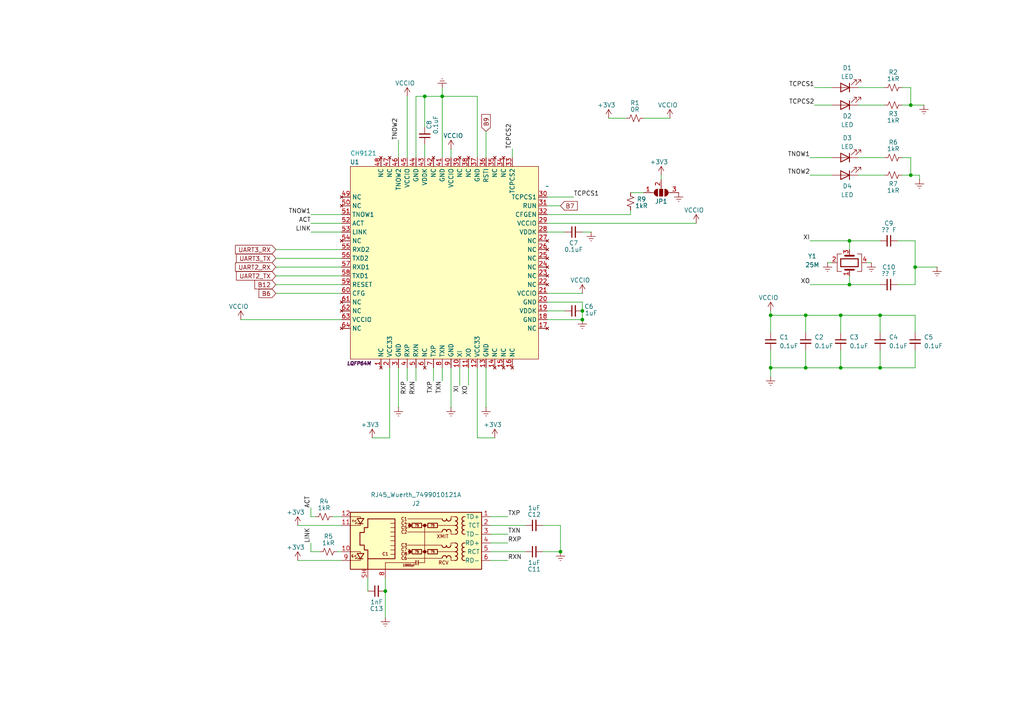
<source format=kicad_sch>
(kicad_sch (version 20250114) (generator "eeschema") (generator_version "9.0")
  (paper "A4")
  (title_block (title "Communication"))
  (lib_symbols
    (symbol "Connector:RJ45_Wuerth_7499010121A"
      (property "Reference" "J" (at 17.78 10.16 0))
      (property "Value" "RJ45_Wuerth_7499010121A" (at -6.35 10.16 0))
      (symbol "RJ45_Wuerth_7499010121A_0_0"
        (circle (center -1.27 5.08) (radius 0.0001) (stroke (width 0.508)))
        (polyline (pts (xy -1.27 5.08) (xy -1.27 -5.715)))
        (circle (center -1.27 -2.54) (radius 0.0001) (stroke (width 0.508)))
        (polyline (pts (xy 0.635 -5.08) (xy 0.635 -6.35)) (stroke (width 0.254)))
        (polyline (pts (xy 1.27 -5.08) (xy 1.27 -6.35)) (stroke (width 0.254)))
        (polyline (pts (xy 3.048 5.08) (xy 2.54 5.08)))
        (circle (center 3.048 5.08) (radius 0.0001) (stroke (width 0.508)))
        (polyline (pts (xy 3.048 -2.54) (xy 2.54 -2.54)))
        (circle (center 3.048 -2.54) (radius 0.0001) (stroke (width 0.508)))
        (polyline (pts (xy 3.683 5.715) (xy 3.048 5.715) (xy 3.048 4.445) (xy 3.683 4.445)))
        (polyline (pts (xy 3.683 -1.905) (xy 3.048 -1.905) (xy 3.048 -3.175) (xy 3.683 -3.175)))
        (polyline (pts (xy 17.399 7.112) (xy 17.399 7.62) (xy 20.32 7.62)))
        (polyline (pts (xy 17.399 -3.048) (xy 17.399 -2.54) (xy 20.32 -2.54)))
        (polyline (pts (xy 20.32 5.08) (xy 17.399 5.08) (xy 17.399 5.588)))
        (polyline (pts (xy 20.32 -5.08) (xy 17.399 -5.08) (xy 17.399 -4.572)))
        (text "XMIT" (at -8.255 1.905 0) (effects (font (size 1.016 1.016)) (justify left)))
        (text "RCV" (at -8.255 -5.715 0) (effects (font (size 1.016 1.016)) (justify left)))
        (text "C1" (at 4.699 6.985 0) (effects (font (size 0.889 0.889))))
        (text "C4" (at 4.699 5.715 0) (effects (font (size 0.889 0.889))))
        (text "C5" (at 4.699 4.445 0) (effects (font (size 0.889 0.889))))
        (text "C2" (at 4.699 3.175 0) (effects (font (size 0.889 0.889))))
        (text "C3" (at 4.699 -0.635 0) (effects (font (size 0.889 0.889))))
        (text "C7" (at 4.699 -1.905 0) (effects (font (size 0.889 0.889))))
        (text "C8" (at 4.699 -3.175 0) (effects (font (size 0.889 0.889))))
        (text "C6" (at 4.699 -4.445 0) (effects (font (size 0.889 0.889))))
        (text "C1" (at 10.16 -3.175 0) (effects (font (size 0.889 0.889))))
      )
      (symbol "RJ45_Wuerth_7499010121A_0_1"
        (rectangle (start -17.78 8.89) (end 20.32 -7.62) (stroke (width 0.254)) (fill (type background)))
        (polyline (pts (xy -12.7 7.62) (xy -13.081 7.62)))
        (polyline (pts (xy -12.7 5.08) (xy -13.081 5.08)))
        (polyline (pts (xy -12.7 2.54) (xy -13.081 2.54)))
        (polyline (pts (xy -12.7 0) (xy -13.081 0)))
        (polyline (pts (xy -12.7 -2.54) (xy -13.081 -2.54)))
        (polyline (pts (xy -12.7 -5.08) (xy -13.081 -5.08)))
        (polyline (pts (xy -10.16 7.62) (xy -8.89 7.62) (xy -8.89 6.985)))
        (polyline (pts (xy -10.16 0) (xy -8.89 0) (xy -8.89 -0.635)))
        (polyline (pts (xy -8.89 3.175) (xy -8.89 2.54) (xy -10.16 2.54)))
        (polyline (pts (xy -8.89 -4.445) (xy -8.89 -5.08) (xy -10.16 -5.08)))
        (polyline (pts (xy -6.35 6.985) (xy 3.683 6.985)))
        (polyline (pts (xy -6.35 3.175) (xy 3.683 3.175)))
        (polyline (pts (xy -6.35 -4.445) (xy 3.683 -4.445)))
        (polyline (pts (xy -6.223 -0.635) (xy 3.683 -0.635)))
        (polyline (pts (xy -5.08 -2.54) (xy -10.16 -2.54)))
        (polyline (pts (xy -4.953 5.08) (xy -10.16 5.08)))
        (polyline (pts (xy -2.159 5.08) (xy -0.381 5.08)))
        (polyline (pts (xy -2.159 -2.54) (xy -0.381 -2.54)))
        (polyline (pts (xy 0.635 -5.715) (xy -1.27 -5.715)))
        (polyline (pts (xy 7.366 3.175) (xy 8.636 3.175)))
        (polyline (pts (xy 7.366 1.905) (xy 8.636 1.905)))
        (polyline (pts (xy 7.366 0.635) (xy 8.636 0.635)))
        (polyline (pts (xy 7.366 -0.762) (xy 8.636 -0.762)))
        (polyline (pts (xy 7.366 -2.032) (xy 8.636 -2.032)))
        (polyline (pts (xy 8.636 5.715) (xy 7.366 5.715)))
        (polyline (pts (xy 8.636 4.445) (xy 7.366 4.445)))
        (polyline (pts (xy 8.636 -3.302) (xy 7.366 -3.302)))
        (polyline (pts (xy 10.16 -5.715) (xy 1.27 -5.715)))
        (polyline (pts (xy 10.16 -5.715) (xy 10.16 -7.62)))
      )
      (symbol "RJ45_Wuerth_7499010121A_1_0"
        (text "1000pF" (at 3.302 -6.477 0) (effects (font (size 0.635 0.635))))
      )
      (symbol "RJ45_Wuerth_7499010121A_1_1"
        (arc (start -12.7 0) (mid -12.0677 -0.635) (end -12.7 -1.27) (stroke (width 0.254)))
        (arc (start -12.6973 7.62) (mid -12.065 6.985) (end -12.6973 6.35) (stroke (width 0.254)))
        (arc (start -12.6973 -1.27) (mid -12.065 -1.905) (end -12.6973 -2.54) (stroke (width 0.254)))
        (arc (start -12.6973 -2.54) (mid -12.065 -3.175) (end -12.6973 -3.81) (stroke (width 0.254)))
        (arc (start -12.6973 -3.81) (mid -12.065 -4.445) (end -12.6973 -5.08) (stroke (width 0.254)))
        (arc (start -12.6946 6.35) (mid -12.0623 5.715) (end -12.6946 5.08) (stroke (width 0.254)))
        (arc (start -12.6946 5.08) (mid -12.0623 4.445) (end -12.6946 3.81) (stroke (width 0.254)))
        (arc (start -12.6946 3.81) (mid -12.0623 3.175) (end -12.6946 2.54) (stroke (width 0.254)))
        (arc (start -10.1654 6.35) (mid -10.7977 6.985) (end -10.1654 7.62) (stroke (width 0.254)))
        (arc (start -10.1654 5.08) (mid -10.7977 5.715) (end -10.1654 6.35) (stroke (width 0.254)))
        (arc (start -10.1654 3.81) (mid -10.7977 4.445) (end -10.1654 5.08) (stroke (width 0.254)))
        (arc (start -10.1654 -1.27) (mid -10.7977 -0.635) (end -10.1654 0) (stroke (width 0.254)))
        (arc (start -10.1654 -2.54) (mid -10.7977 -1.905) (end -10.1654 -1.27) (stroke (width 0.254)))
        (arc (start -10.1654 -3.81) (mid -10.7977 -3.175) (end -10.1654 -2.54) (stroke (width 0.254)))
        (arc (start -10.1627 2.54) (mid -10.795 3.175) (end -10.1627 3.81) (stroke (width 0.254)))
        (arc (start -10.1627 -5.08) (mid -10.795 -4.445) (end -10.1627 -3.81) (stroke (width 0.254)))
        (arc (start -7.62 6.9823) (mid -8.255 6.35) (end -8.89 6.9823) (stroke (width 0.254)))
        (arc (start -8.89 3.3047) (mid -8.255 3.937) (end -7.62 3.3047) (stroke (width 0.254)))
        (arc (start -8.89 -4.3153) (mid -8.255 -3.683) (end -7.62 -4.3153) (stroke (width 0.254)))
        (arc (start -7.5565 -0.7012) (mid -8.1915 -1.3335) (end -8.8265 -0.7012) (stroke (width 0.254)))
        (arc (start -6.35 6.985) (mid -6.985 6.3527) (end -7.62 6.985) (stroke (width 0.254)))
        (arc (start -7.62 3.3074) (mid -6.985 3.9397) (end -6.35 3.3074) (stroke (width 0.254)))
        (arc (start -7.62 -4.3126) (mid -6.985 -3.6803) (end -6.35 -4.3126) (stroke (width 0.254)))
        (arc (start -6.2865 -0.6985) (mid -6.9215 -1.3308) (end -7.5565 -0.6985) (stroke (width 0.254)))
        (rectangle (start -4.953 5.715) (end -2.159 4.445) (stroke (width 0.254)))
        (rectangle (start -4.953 -1.905) (end -2.159 -3.175) (stroke (width 0.254)))
        (rectangle (start -0.381 5.715) (end 2.413 4.445) (stroke (width 0.254)))
        (rectangle (start -0.381 -1.905) (end 2.413 -3.175) (stroke (width 0.254)))
        (polyline (pts (xy 7.366 -4.572) (xy 7.366 6.985) (xy 15.24 6.985) (xy 15.24 4.445) (xy 16.256 4.445) (xy 16.256 3.048) (xy 17.526 3.048) (xy 17.526 -0.635) (xy 16.256 -0.635) (xy 16.256 -2.032) (xy 15.24 -2.032) (xy 15.24 -4.572) (xy 7.366 -4.572)) (stroke (width 0.254)))
        (polyline (pts (xy 15.24 -7.62) (xy 15.24 -4.572)) (stroke (width 0.254)))
        (polyline (pts (xy 18.161 5.588) (xy 16.637 5.588)) (stroke (width 0.254)))
        (polyline (pts (xy 18.161 -4.572) (xy 16.637 -4.572)) (stroke (width 0.254)))
        (polyline (pts (xy 18.288 7.112) (xy 16.383 7.112) (xy 17.399 5.588) (xy 18.288 7.112)) (stroke (width 0.254)))
        (polyline (pts (xy 18.288 6.096) (xy 18.796 5.588) (xy 18.542 5.588)))
        (polyline (pts (xy 18.288 -3.048) (xy 16.383 -3.048) (xy 17.399 -4.572) (xy 18.288 -3.048)) (stroke (width 0.254)))
        (polyline (pts (xy 18.288 -4.064) (xy 18.796 -4.572) (xy 18.542 -4.572)))
        (polyline (pts (xy 18.542 6.731) (xy 19.05 6.223) (xy 18.796 6.223)))
        (polyline (pts (xy 18.542 -3.429) (xy 19.05 -3.937) (xy 18.796 -3.937)))
        (polyline (pts (xy 18.796 5.588) (xy 18.796 5.842)))
        (polyline (pts (xy 18.796 -4.572) (xy 18.796 -4.318)))
        (polyline (pts (xy 19.05 6.223) (xy 19.05 6.477)))
        (polyline (pts (xy 19.05 -3.937) (xy 19.05 -3.683)))
        (text "75" (at -3.556 5.08 0) (effects (font (size 0.635 0.635))))
        (text "75" (at -3.556 -2.54 0) (effects (font (size 0.635 0.635))))
        (text "75" (at 1.016 5.08 0) (effects (font (size 0.635 0.635))))
        (text "75" (at 1.016 -2.54 0) (effects (font (size 0.635 0.635))))
        (text "Y" (at 19.558 6.35 0) (effects (font (size 0.635 0.635))))
        (text "G" (at 19.685 -3.81 0) (effects (font (size 0.635 0.635))))
        (pin passive line (at -20.32 7.62 0) (length 2.54) (name "TD+") (number "1"))
        (pin passive line (at -20.32 5.08 0) (length 2.54) (name "TCT") (number "2"))
        (pin passive line (at -20.32 2.54 0) (length 2.54) (name "TD-") (number "3"))
        (pin passive line (at -20.32 0 0) (length 2.54) (name "RD+") (number "4"))
        (pin passive line (at -20.32 -2.54 0) (length 2.54) (name "RCT") (number "5"))
        (pin passive line (at -20.32 -5.08 0) (length 2.54) (name "RD-") (number "6"))
        (pin power_in line (at 10.16 -10.16 90) (length 2.54) (name "") (number "8"))
        (pin passive line (at 15.24 -10.16 90) (length 2.54) (name "") (number "SH"))
        (pin no_connect line (at 20.32 0 0) (length 0) (hide yes) (name "NC") (number "7"))
        (pin passive line (at 22.86 7.62 180) (length 2.54) (name "") (number "12"))
        (pin passive line (at 22.86 5.08 180) (length 2.54) (name "") (number "11"))
        (pin passive line (at 22.86 -2.54 180) (length 2.54) (name "") (number "10"))
        (pin passive line (at 22.86 -5.08 180) (length 2.54) (name "") (number "9"))
      )
    )
    (symbol "Device:C_Small" (pin_numbers (hide yes)) (pin_names (offset 0.254) (hide yes))
      (property "Reference" "C" (at 0.254 1.778 0))
      (property "Value" "C_Small" (at 0.254 -2.032 0))
      (symbol "C_Small_0_1"
        (polyline (pts (xy -1.524 0.508) (xy 1.524 0.508)) (stroke (width 0.3048)))
        (polyline (pts (xy -1.524 -0.508) (xy 1.524 -0.508)) (stroke (width 0.3302)))
      )
      (symbol "C_Small_1_1"
        (pin passive line (at 0 2.54 270) (length 2.032) (name "~") (number "1"))
        (pin passive line (at 0 -2.54 90) (length 2.032) (name "~") (number "2"))
      )
    )
    (symbol "Device:Crystal_GND24" (pin_names (offset 1.016) (hide yes))
      (property "Reference" "Y" (at 3.175 5.08 0))
      (property "Value" "Crystal_GND24" (at 3.175 3.175 0))
      (symbol "Crystal_GND24_0_1"
        (polyline (pts (xy -2.54 2.286) (xy -2.54 3.556) (xy 2.54 3.556) (xy 2.54 2.286)))
        (polyline (pts (xy -2.54 0) (xy -2.032 0)))
        (polyline (pts (xy -2.54 -2.286) (xy -2.54 -3.556) (xy 2.54 -3.556) (xy 2.54 -2.286)))
        (polyline (pts (xy -2.032 -1.27) (xy -2.032 1.27)) (stroke (width 0.508)))
        (rectangle (start -1.143 2.54) (end 1.143 -2.54) (stroke (width 0.3048)))
        (polyline (pts (xy 0 3.556) (xy 0 3.81)))
        (polyline (pts (xy 0 -3.81) (xy 0 -3.556)))
        (polyline (pts (xy 2.032 0) (xy 2.54 0)))
        (polyline (pts (xy 2.032 -1.27) (xy 2.032 1.27)) (stroke (width 0.508)))
      )
      (symbol "Crystal_GND24_1_1"
        (pin passive line (at -3.81 0 0) (length 1.27) (name "1") (number "1"))
        (pin passive line (at 0 5.08 270) (length 1.27) (name "2") (number "2"))
        (pin passive line (at 0 -5.08 90) (length 1.27) (name "4") (number "4"))
        (pin passive line (at 3.81 0 180) (length 1.27) (name "3") (number "3"))
      )
    )
    (symbol "Device:LED" (pin_numbers (hide yes)) (pin_names (offset 1.016) (hide yes))
      (property "Reference" "D" (at 0 2.54 0))
      (property "Value" "LED" (at 0 -2.54 0))
      (symbol "LED_0_1"
        (polyline (pts (xy -3.048 -0.762) (xy -4.572 -2.286) (xy -3.81 -2.286) (xy -4.572 -2.286) (xy -4.572 -1.524)))
        (polyline (pts (xy -1.778 -0.762) (xy -3.302 -2.286) (xy -2.54 -2.286) (xy -3.302 -2.286) (xy -3.302 -1.524)))
        (polyline (pts (xy -1.27 0) (xy 1.27 0)))
        (polyline (pts (xy -1.27 -1.27) (xy -1.27 1.27)) (stroke (width 0.254)))
        (polyline (pts (xy 1.27 -1.27) (xy 1.27 1.27) (xy -1.27 0) (xy 1.27 -1.27)) (stroke (width 0.254)))
      )
      (symbol "LED_1_1"
        (pin passive line (at -3.81 0 0) (length 2.54) (name "K") (number "1"))
        (pin passive line (at 3.81 0 180) (length 2.54) (name "A") (number "2"))
      )
    )
    (symbol "Device:R_Small_US" (pin_numbers (hide yes)) (pin_names (offset 0.254) (hide yes))
      (property "Reference" "R" (at 0.762 0.508 0))
      (property "Value" "R_Small_US" (at 0.762 -1.016 0))
      (symbol "R_Small_US_1_1"
        (polyline (pts (xy 0 1.524) (xy 1.016 1.143) (xy 0 0.762) (xy -1.016 0.381) (xy 0 0)))
        (polyline (pts (xy 0 0) (xy 1.016 -0.381) (xy 0 -0.762) (xy -1.016 -1.143) (xy 0 -1.524)))
        (pin passive line (at 0 2.54 270) (length 1.016) (name "~") (number "1"))
        (pin passive line (at 0 -2.54 90) (length 1.016) (name "~") (number "2"))
      )
    )
    (symbol "Jumper:SolderJumper_3_Open" (pin_names (offset 0) (hide yes)) (exclude_from_sim yes) (in_bom no)
      (property "Reference" "JP" (at -2.54 -2.54 0))
      (property "Value" "SolderJumper_3_Open" (at 0 2.794 0))
      (symbol "SolderJumper_3_Open_0_1"
        (polyline (pts (xy -2.54 0) (xy -2.032 0)))
        (polyline (pts (xy -1.016 1.016) (xy -1.016 -1.016)))
        (arc (start -1.016 -1.016) (mid -2.0276 0) (end -1.016 1.016))
        (arc (start -1.016 -1.016) (mid -2.0276 0) (end -1.016 1.016) (fill (type outline)))
        (rectangle (start -0.508 1.016) (end 0.508 -1.016) (fill (type outline)))
        (polyline (pts (xy 0 -1.27) (xy 0 -1.016)))
        (arc (start 1.016 1.016) (mid 2.0276 0) (end 1.016 -1.016))
        (arc (start 1.016 1.016) (mid 2.0276 0) (end 1.016 -1.016) (fill (type outline)))
        (polyline (pts (xy 1.016 1.016) (xy 1.016 -1.016)))
        (polyline (pts (xy 2.54 0) (xy 2.032 0)))
      )
      (symbol "SolderJumper_3_Open_1_1"
        (pin passive line (at -5.08 0 0) (length 2.54) (name "A") (number "1"))
        (pin passive line (at 0 -3.81 90) (length 2.54) (name "C") (number "2"))
        (pin passive line (at 5.08 0 180) (length 2.54) (name "B") (number "3"))
      )
    )
    (symbol "jshep:CH9121A"
      (property "Reference" "U?" (at 1.27 1.27 0))
      (symbol "CH9121A_1_1"
        (rectangle (start 0 0) (end 54.61 -55.88) (fill (type background)))
        (text "CH9121" (at 0 3.81 0) (effects (font (size 1.27 1.27) (thickness 0.1588)) (justify left)))
        (text "LQFP64M" (at 2.54 -57.15 0) (effects (font (size 1.016 1.016) (thickness 0.254) (bold yes) (italic yes))))
        (pin no_connect line (at -2.54 -8.89 0) (length 2.54) (name "NC") (number "49"))
        (pin no_connect line (at -2.54 -11.43 0) (length 2.54) (name "NC") (number "50"))
        (pin output line (at -2.54 -13.97 0) (length 2.54) (name "TNOW1") (number "51"))
        (pin output line (at -2.54 -16.51 0) (length 2.54) (name "ACT") (number "52"))
        (pin output line (at -2.54 -19.05 0) (length 2.54) (name "LINK") (number "53"))
        (pin no_connect line (at -2.54 -21.59 0) (length 2.54) (name "NC") (number "54"))
        (pin input line (at -2.54 -24.13 0) (length 2.54) (name "RXD2") (number "55"))
        (pin output line (at -2.54 -26.67 0) (length 2.54) (name "TXD2") (number "56"))
        (pin input line (at -2.54 -29.21 0) (length 2.54) (name "RXD1") (number "57"))
        (pin output line (at -2.54 -31.75 0) (length 2.54) (name "TXD1") (number "58"))
        (pin input line (at -2.54 -34.29 0) (length 2.54) (name "RESET") (number "59"))
        (pin input line (at -2.54 -36.83 0) (length 2.54) (name "CFG") (number "60"))
        (pin no_connect line (at -2.54 -39.37 0) (length 2.54) (name "NC") (number "61"))
        (pin no_connect line (at -2.54 -41.91 0) (length 2.54) (name "NC") (number "62"))
        (pin power_in line (at -2.54 -44.45 0) (length 2.54) (name "VCCIO") (number "63"))
        (pin no_connect line (at -2.54 -46.99 0) (length 2.54) (name "NC") (number "64"))
        (pin no_connect line (at 8.89 2.54 270) (length 2.54) (name "NC") (number "48"))
        (pin no_connect line (at 8.89 -58.42 90) (length 2.54) (name "NC") (number "1"))
        (pin no_connect line (at 11.43 2.54 270) (length 2.54) (name "NC") (number "47"))
        (pin power_in line (at 11.43 -58.42 90) (length 2.54) (name "VCC33") (number "2"))
        (pin output line (at 13.97 2.54 270) (length 2.54) (name "TNOW2") (number "46"))
        (pin power_in line (at 13.97 -58.42 90) (length 2.54) (name "GND") (number "3"))
        (pin power_in line (at 16.51 2.54 270) (length 2.54) (name "VCCIO") (number "45"))
        (pin bidirectional line (at 16.51 -58.42 90) (length 2.54) (name "RXP") (number "4"))
        (pin power_in line (at 19.05 2.54 270) (length 2.54) (name "GND") (number "44"))
        (pin bidirectional line (at 19.05 -58.42 90) (length 2.54) (name "RXN") (number "5"))
        (pin power_in line (at 21.59 2.54 270) (length 2.54) (name "VDDK") (number "43"))
        (pin no_connect line (at 21.59 -58.42 90) (length 2.54) (name "NC") (number "6"))
        (pin no_connect line (at 24.13 2.54 270) (length 2.54) (name "NC") (number "42"))
        (pin bidirectional line (at 24.13 -58.42 90) (length 2.54) (name "TXP") (number "7"))
        (pin power_in line (at 26.67 2.54 270) (length 2.54) (name "GND") (number "41"))
        (pin bidirectional line (at 26.67 -58.42 90) (length 2.54) (name "TXN") (number "8"))
        (pin power_in line (at 29.21 2.54 270) (length 2.54) (name "VCCIO") (number "40"))
        (pin power_in line (at 29.21 -58.42 90) (length 2.54) (name "GND") (number "9"))
        (pin no_connect line (at 31.75 2.54 270) (length 2.54) (name "NC") (number "39"))
        (pin input line (at 31.75 -58.42 90) (length 2.54) (name "XI") (number "10"))
        (pin no_connect line (at 34.29 2.54 270) (length 2.54) (name "NC") (number "38"))
        (pin output line (at 34.29 -58.42 90) (length 2.54) (name "XO") (number "11"))
        (pin power_in line (at 36.83 2.54 270) (length 2.54) (name "GND") (number "37"))
        (pin power_in line (at 36.83 -58.42 90) (length 2.54) (name "VCC33") (number "12"))
        (pin input line (at 39.37 2.54 270) (length 2.54) (name "RSTI") (number "36"))
        (pin power_in line (at 39.37 -58.42 90) (length 2.54) (name "GND") (number "13"))
        (pin no_connect line (at 41.91 2.54 270) (length 2.54) (name "NC") (number "35"))
        (pin no_connect line (at 41.91 -58.42 90) (length 2.54) (name "NC") (number "14"))
        (pin no_connect line (at 44.45 2.54 270) (length 2.54) (name "NC") (number "34"))
        (pin no_connect line (at 44.45 -58.42 90) (length 2.54) (name "NC") (number "15"))
        (pin output line (at 46.99 2.54 270) (length 2.54) (name "TCPCS2") (number "33"))
        (pin no_connect line (at 46.99 -58.42 90) (length 2.54) (name "NC") (number "16"))
        (pin output line (at 57.15 -8.89 180) (length 2.54) (name "TCPCS1") (number "30"))
        (pin output line (at 57.15 -11.43 180) (length 2.54) (name "RUN") (number "31"))
        (pin input line (at 57.15 -13.97 180) (length 2.54) (name "CFGEN") (number "32"))
        (pin power_in line (at 57.15 -16.51 180) (length 2.54) (name "VCCIO") (number "29"))
        (pin power_in line (at 57.15 -19.05 180) (length 2.54) (name "VDDK") (number "28"))
        (pin no_connect line (at 57.15 -21.59 180) (length 2.54) (name "NC") (number "27"))
        (pin no_connect line (at 57.15 -24.13 180) (length 2.54) (name "NC") (number "26"))
        (pin no_connect line (at 57.15 -26.67 180) (length 2.54) (name "NC") (number "25"))
        (pin no_connect line (at 57.15 -29.21 180) (length 2.54) (name "NC") (number "24"))
        (pin no_connect line (at 57.15 -31.75 180) (length 2.54) (name "NC") (number "23"))
        (pin no_connect line (at 57.15 -34.29 180) (length 2.54) (name "NC") (number "22"))
        (pin power_in line (at 57.15 -36.83 180) (length 2.54) (name "VCCIO") (number "21"))
        (pin power_in line (at 57.15 -39.37 180) (length 2.54) (name "GND") (number "20"))
        (pin power_in line (at 57.15 -41.91 180) (length 2.54) (name "VDDK") (number "19"))
        (pin power_in line (at 57.15 -44.45 180) (length 2.54) (name "GND") (number "18"))
        (pin no_connect line (at 57.15 -46.99 180) (length 2.54) (name "NC") (number "17"))
      )
    )
    (symbol "power:+3V3" (power) (pin_numbers (hide yes)) (pin_names (offset 0) (hide yes))
      (property "Value" "+3V3" (at 0 3.556 0))
      (symbol "+3V3_0_1"
        (polyline (pts (xy -0.762 1.27) (xy 0 2.54)))
        (polyline (pts (xy 0 2.54) (xy 0.762 1.27)))
        (polyline (pts (xy 0 0) (xy 0 2.54)))
      )
      (symbol "+3V3_1_1"
        (pin power_in line (at 0 0 90) (length 0) (name "~") (number "1"))
      )
    )
    (symbol "power:GNDREF" (power) (pin_numbers (hide yes)) (pin_names (offset 0) (hide yes))
      (property "Value" "GNDREF" (at 0 -3.81 0))
      (symbol "GNDREF_0_1"
        (polyline (pts (xy -0.635 -1.905) (xy 0.635 -1.905)))
        (polyline (pts (xy -0.127 -2.54) (xy 0.127 -2.54)))
        (polyline (pts (xy 0 -1.27) (xy 0 0)))
        (polyline (pts (xy 1.27 -1.27) (xy -1.27 -1.27)))
      )
      (symbol "GNDREF_1_1"
        (pin power_in line (at 0 0 270) (length 0) (name "~") (number "1"))
      )
    )
  )
  (junction (at 265.43 77.47))
  (junction (at 246.38 69.85))
  (junction (at 243.84 106.68))
  (junction (at 264.16 30.48))
  (junction (at 162.56 160.02))
  (junction (at 233.68 106.68))
  (junction (at 223.52 106.68))
  (junction (at 233.68 91.44))
  (junction (at 255.27 106.68))
  (junction (at 128.27 27.94))
  (junction (at 255.27 91.44))
  (junction (at 264.16 50.8))
  (junction (at 168.91 92.71))
  (junction (at 243.84 91.44))
  (junction (at 246.38 82.55))
  (junction (at 168.91 90.17))
  (junction (at 111.76 171.45))
  (junction (at 123.19 27.94))
  (junction (at 223.52 91.44))
  (wire (pts (xy 243.84 106.68) (xy 233.68 106.68)))
  (wire (pts (xy 158.75 64.77) (xy 201.93 64.77)))
  (wire (pts (xy 265.43 82.55) (xy 260.35 82.55)))
  (wire (pts (xy 158.75 87.63) (xy 168.91 87.63)))
  (wire (pts (xy 246.38 80.01) (xy 246.38 82.55)))
  (wire (pts (xy 138.43 127) (xy 143.51 127)))
  (wire (pts (xy 248.92 30.48) (xy 256.54 30.48)))
  (wire (pts (xy 142.24 157.48) (xy 147.32 157.48)))
  (wire (pts (xy 91.44 149.86) (xy 90.17 149.86)))
  (wire (pts (xy 142.24 162.56) (xy 147.32 162.56)))
  (wire (pts (xy 142.24 154.94) (xy 147.32 154.94)))
  (wire (pts (xy 90.17 64.77) (xy 99.06 64.77)))
  (wire (pts (xy 158.75 92.71) (xy 168.91 92.71)))
  (wire (pts (xy 246.38 69.85) (xy 255.27 69.85)))
  (wire (pts (xy 92.71 160.02) (xy 90.17 160.02)))
  (wire (pts (xy 135.89 111.76) (xy 135.89 106.68)))
  (wire (pts (xy 168.91 67.31) (xy 171.45 67.31)))
  (wire (pts (xy 265.43 77.47) (xy 265.43 82.55)))
  (wire (pts (xy 252.73 76.2) (xy 251.46 76.2)))
  (wire (pts (xy 246.38 82.55) (xy 255.27 82.55)))
  (wire (pts (xy 80.01 85.09) (xy 99.06 85.09)))
  (wire (pts (xy 182.88 62.23) (xy 158.75 62.23)))
  (wire (pts (xy 80.01 80.01) (xy 99.06 80.01)))
  (wire (pts (xy 120.65 110.49) (xy 120.65 106.68)))
  (wire (pts (xy 191.77 50.8) (xy 191.77 52.07)))
  (wire (pts (xy 243.84 101.6) (xy 243.84 106.68)))
  (wire (pts (xy 248.92 50.8) (xy 256.54 50.8)))
  (wire (pts (xy 255.27 106.68) (xy 243.84 106.68)))
  (wire (pts (xy 248.92 25.4) (xy 256.54 25.4)))
  (wire (pts (xy 162.56 152.4) (xy 157.48 152.4)))
  (wire (pts (xy 265.43 91.44) (xy 255.27 91.44)))
  (wire (pts (xy 266.7 50.8) (xy 264.16 50.8)))
  (wire (pts (xy 128.27 27.94) (xy 128.27 45.72)))
  (wire (pts (xy 69.85 92.71) (xy 99.06 92.71)))
  (wire (pts (xy 148.59 43.18) (xy 148.59 45.72)))
  (wire (pts (xy 128.27 25.4) (xy 128.27 27.94)))
  (wire (pts (xy 90.17 62.23) (xy 99.06 62.23)))
  (wire (pts (xy 142.24 149.86) (xy 147.32 149.86)))
  (wire (pts (xy 138.43 45.72) (xy 138.43 27.94)))
  (wire (pts (xy 86.36 162.56) (xy 99.06 162.56)))
  (wire (pts (xy 233.68 91.44) (xy 223.52 91.44)))
  (wire (pts (xy 162.56 160.02) (xy 157.48 160.02)))
  (wire (pts (xy 234.95 45.72) (xy 241.3 45.72)))
  (wire (pts (xy 142.24 160.02) (xy 152.4 160.02)))
  (wire (pts (xy 130.81 106.68) (xy 130.81 118.11)))
  (wire (pts (xy 223.52 101.6) (xy 223.52 106.68)))
  (wire (pts (xy 166.37 57.15) (xy 158.75 57.15)))
  (wire (pts (xy 106.68 167.64) (xy 106.68 171.45)))
  (wire (pts (xy 223.52 91.44) (xy 223.52 96.52)))
  (wire (pts (xy 264.16 25.4) (xy 261.62 25.4)))
  (wire (pts (xy 248.92 45.72) (xy 256.54 45.72)))
  (wire (pts (xy 118.11 110.49) (xy 118.11 106.68)))
  (wire (pts (xy 265.43 69.85) (xy 260.35 69.85)))
  (wire (pts (xy 128.27 27.94) (xy 123.19 27.94)))
  (wire (pts (xy 113.03 127) (xy 113.03 106.68)))
  (wire (pts (xy 118.11 27.94) (xy 118.11 45.72)))
  (wire (pts (xy 267.97 30.48) (xy 264.16 30.48)))
  (wire (pts (xy 123.19 41.91) (xy 123.19 45.72)))
  (wire (pts (xy 168.91 90.17) (xy 168.91 92.71)))
  (wire (pts (xy 186.69 34.29) (xy 194.31 34.29)))
  (wire (pts (xy 168.91 87.63) (xy 168.91 90.17)))
  (wire (pts (xy 264.16 50.8) (xy 261.62 50.8)))
  (wire (pts (xy 234.95 82.55) (xy 246.38 82.55)))
  (wire (pts (xy 233.68 106.68) (xy 223.52 106.68)))
  (wire (pts (xy 255.27 101.6) (xy 255.27 106.68)))
  (wire (pts (xy 223.52 109.22) (xy 223.52 106.68)))
  (wire (pts (xy 111.76 171.45) (xy 111.76 167.64)))
  (wire (pts (xy 265.43 69.85) (xy 265.43 77.47)))
  (wire (pts (xy 125.73 110.49) (xy 125.73 106.68)))
  (wire (pts (xy 236.22 30.48) (xy 241.3 30.48)))
  (wire (pts (xy 115.57 40.64) (xy 115.57 45.72)))
  (wire (pts (xy 243.84 91.44) (xy 233.68 91.44)))
  (wire (pts (xy 138.43 106.68) (xy 138.43 127)))
  (wire (pts (xy 158.75 67.31) (xy 163.83 67.31)))
  (wire (pts (xy 123.19 27.94) (xy 123.19 36.83)))
  (wire (pts (xy 234.95 50.8) (xy 241.3 50.8)))
  (wire (pts (xy 265.43 101.6) (xy 265.43 106.68)))
  (wire (pts (xy 120.65 45.72) (xy 120.65 27.94)))
  (wire (pts (xy 128.27 110.49) (xy 128.27 106.68)))
  (wire (pts (xy 246.38 72.39) (xy 246.38 69.85)))
  (wire (pts (xy 107.95 127) (xy 113.03 127)))
  (wire (pts (xy 182.88 60.96) (xy 182.88 62.23)))
  (wire (pts (xy 97.79 160.02) (xy 99.06 160.02)))
  (wire (pts (xy 140.97 106.68) (xy 140.97 118.11)))
  (wire (pts (xy 265.43 106.68) (xy 255.27 106.68)))
  (wire (pts (xy 90.17 160.02) (xy 90.17 157.48)))
  (wire (pts (xy 233.68 96.52) (xy 233.68 91.44)))
  (wire (pts (xy 96.52 149.86) (xy 99.06 149.86)))
  (wire (pts (xy 240.03 76.2) (xy 241.3 76.2)))
  (wire (pts (xy 264.16 45.72) (xy 264.16 50.8)))
  (wire (pts (xy 182.88 55.88) (xy 186.69 55.88)))
  (wire (pts (xy 255.27 96.52) (xy 255.27 91.44)))
  (wire (pts (xy 234.95 69.85) (xy 246.38 69.85)))
  (wire (pts (xy 90.17 149.86) (xy 90.17 147.32)))
  (wire (pts (xy 266.7 52.07) (xy 266.7 50.8)))
  (wire (pts (xy 80.01 82.55) (xy 99.06 82.55)))
  (wire (pts (xy 130.81 43.18) (xy 130.81 45.72)))
  (wire (pts (xy 162.56 59.69) (xy 158.75 59.69)))
  (wire (pts (xy 80.01 77.47) (xy 99.06 77.47)))
  (wire (pts (xy 140.97 38.1) (xy 140.97 45.72)))
  (wire (pts (xy 264.16 30.48) (xy 261.62 30.48)))
  (wire (pts (xy 264.16 45.72) (xy 261.62 45.72)))
  (wire (pts (xy 138.43 27.94) (xy 128.27 27.94)))
  (wire (pts (xy 158.75 85.09) (xy 168.91 85.09)))
  (wire (pts (xy 243.84 96.52) (xy 243.84 91.44)))
  (wire (pts (xy 80.01 74.93) (xy 99.06 74.93)))
  (wire (pts (xy 162.56 160.02) (xy 162.56 152.4)))
  (wire (pts (xy 133.35 111.76) (xy 133.35 106.68)))
  (wire (pts (xy 265.43 96.52) (xy 265.43 91.44)))
  (wire (pts (xy 264.16 25.4) (xy 264.16 30.48)))
  (wire (pts (xy 142.24 152.4) (xy 152.4 152.4)))
  (wire (pts (xy 86.36 152.4) (xy 99.06 152.4)))
  (wire (pts (xy 236.22 25.4) (xy 241.3 25.4)))
  (wire (pts (xy 223.52 90.17) (xy 223.52 91.44)))
  (wire (pts (xy 158.75 90.17) (xy 163.83 90.17)))
  (wire (pts (xy 111.76 179.07) (xy 111.76 171.45)))
  (wire (pts (xy 233.68 101.6) (xy 233.68 106.68)))
  (wire (pts (xy 255.27 91.44) (xy 243.84 91.44)))
  (wire (pts (xy 176.53 34.29) (xy 181.61 34.29)))
  (wire (pts (xy 80.01 72.39) (xy 99.06 72.39)))
  (wire (pts (xy 90.17 67.31) (xy 99.06 67.31)))
  (wire (pts (xy 265.43 77.47) (xy 271.78 77.47)))
  (wire (pts (xy 120.65 27.94) (xy 123.19 27.94)))
  (wire (pts (xy 115.57 106.68) (xy 115.57 118.11)))
  (label "TCPCS1" (at 236.22 25.4 180))
  (label "TCPCS2" (at 236.22 30.48 180))
  (label "TXP" (at 125.73 110.49 270))
  (label "XI" (at 234.95 69.85 180))
  (label "TXP" (at 147.32 149.86 0))
  (label "ACT" (at 90.17 147.32 90))
  (label "LINK" (at 90.17 157.48 90))
  (label "TCPCS2" (at 148.59 43.18 90))
  (label "XO" (at 135.89 111.76 270))
  (label "TNOW2" (at 234.95 50.8 180))
  (label "RXN" (at 120.65 110.49 270))
  (label "XO" (at 234.95 82.55 180))
  (label "TXN" (at 128.27 110.49 270))
  (label "XI" (at 133.35 111.76 270))
  (label "RXN" (at 147.32 162.56 0))
  (label "TNOW1" (at 90.17 62.23 180))
  (label "RXP" (at 147.32 157.48 0))
  (label "LINK" (at 90.17 67.31 180))
  (label "RXP" (at 118.11 110.49 270))
  (label "TNOW1" (at 234.95 45.72 180))
  (label "TNOW2" (at 115.57 40.64 90))
  (label "TCPCS1" (at 166.37 57.15 0))
  (label "ACT" (at 90.17 64.77 180))
  (label "TXN" (at 147.32 154.94 0))
  (global_label "UART3_RX" (shape input) (at 80.01 72.39 180) (property "Intersheetrefs" "${INTERSHEET_REFS}" (effects (hide yes))))
  (global_label "UART2_TX" (shape input) (at 80.01 80.01 180) (property "Intersheetrefs" "${INTERSHEET_REFS}" (effects (hide yes))))
  (global_label "B9" (shape input) (at 140.97 38.1 90) (property "Intersheetrefs" "${INTERSHEET_REFS}" (effects (hide yes))))
  (global_label "B7" (shape input) (at 162.56 59.69 0) (property "Intersheetrefs" "${INTERSHEET_REFS}" (effects (hide yes))))
  (global_label "B6" (shape input) (at 80.01 85.09 180) (property "Intersheetrefs" "${INTERSHEET_REFS}" (effects (hide yes))))
  (global_label "UART2_RX" (shape input) (at 80.01 77.47 180) (property "Intersheetrefs" "${INTERSHEET_REFS}" (effects (hide yes))))
  (global_label "B12" (shape input) (at 80.01 82.55 180) (property "Intersheetrefs" "${INTERSHEET_REFS}" (effects (hide yes))))
  (global_label "UART3_TX" (shape input) (at 80.01 74.93 180) (property "Intersheetrefs" "${INTERSHEET_REFS}" (effects (hide yes))))
  (symbol (lib_id "Device:C_Small") (at 154.94 160.02 90) (mirror x) (unit 1)
    (property "Reference" "C11" (at 154.94 165.1 90))
    (property "Value" "1uF" (at 154.94 163.195 90))
    (property "Footprint" "Capacitor_SMD:C_0603_1608Metric" (effects (hide yes)))
    (property "Description" "Unpolarized capacitor, small symbol" (effects (hide yes)))
  )
  (symbol (lib_id "Device:C_Small") (at 109.22 171.45 90) (mirror x) (unit 1)
    (property "Reference" "C13" (at 109.22 176.53 90))
    (property "Value" "1nF" (at 109.22 174.625 90))
    (property "Footprint" "Capacitor_SMD:C_0603_1608Metric" (effects (hide yes)))
    (property "Description" "Unpolarized capacitor, small symbol" (effects (hide yes)))
  )
  (symbol (lib_id "power:GNDREF") (at 252.73 76.2 0) (unit 1)
    (property "Reference" "#PWR058" (effects (hide yes)))
    (property "Value" "GND" (effects (hide yes)))
    (property "Description" "Power symbol creates a global label with name \"GNDREF\" , reference supply ground" (effects (hide yes)))
  )
  (symbol (lib_id "Device:LED") (at 245.11 50.8 180) (unit 1)
    (property "Reference" "D4" (at 245.745 53.975 0))
    (property "Value" "LED" (at 245.745 56.515 0))
    (property "Footprint" "LED_SMD:LED_0603_1608Metric" (effects (hide yes)))
    (property "Description" "Light emitting diode" (effects (hide yes)))
  )
  (symbol (lib_id "Device:C_Small") (at 243.84 99.06 0) (unit 1)
    (property "Reference" "C3" (at 246.38 97.7962 0) (effects (justify left)))
    (property "Value" "0.1uF" (at 246.38 100.3362 0) (effects (justify left)))
    (property "Footprint" "Capacitor_SMD:C_0603_1608Metric" (effects (hide yes)))
    (property "Description" "Unpolarized capacitor, small symbol" (effects (hide yes)))
  )
  (symbol (lib_id "Device:C_Small") (at 257.81 69.85 270) (unit 1)
    (property "Reference" "C9" (at 257.81 64.77 90))
    (property "Value" "?? F" (at 257.81 66.675 90))
    (property "Footprint" "Capacitor_SMD:C_0603_1608Metric" (effects (hide yes)))
    (property "Description" "Unpolarized capacitor, small symbol" (effects (hide yes)))
  )
  (symbol (lib_id "power:GNDREF") (at 128.27 25.4 180) (unit 1)
    (property "Reference" "#PWR07" (effects (hide yes)))
    (property "Value" "GND" (effects (hide yes)))
    (property "Description" "Power symbol creates a global label with name \"GNDREF\" , reference supply ground" (effects (hide yes)))
  )
  (symbol (lib_id "Device:C_Small") (at 154.94 152.4 90) (mirror x) (unit 1)
    (property "Reference" "C12" (at 154.94 149.225 90))
    (property "Value" "1uF" (at 154.94 147.32 90))
    (property "Footprint" "Capacitor_SMD:C_0603_1608Metric" (effects (hide yes)))
    (property "Description" "Unpolarized capacitor, small symbol" (effects (hide yes)))
  )
  (symbol (lib_id "Device:R_Small_US") (at 259.08 30.48 90) (unit 1)
    (property "Reference" "R3" (at 259.08 33.02 90))
    (property "Value" "1kR" (at 259.08 34.925 90))
    (property "Footprint" "Resistor_SMD:R_0603_1608Metric" (effects (hide yes)))
    (property "Description" "Resistor, small US symbol" (effects (hide yes)))
  )
  (symbol (lib_id "power:+3V3") (at 118.11 27.94 0) (unit 1)
    (property "Reference" "#PWR09" (effects (hide yes)))
    (property "Value" "VCCIO" (at 117.475 24.13 0))
    (property "Description" "Power symbol creates a global label with name \"+3V3\"" (effects (hide yes)))
  )
  (symbol (lib_id "Device:R_Small_US") (at 93.98 149.86 90) (unit 1)
    (property "Reference" "R4" (at 93.98 145.415 90))
    (property "Value" "1kR" (at 93.98 147.32 90))
    (property "Footprint" "Resistor_SMD:R_0603_1608Metric" (effects (hide yes)))
    (property "Description" "Resistor, small US symbol" (effects (hide yes)))
  )
  (symbol (lib_id "Device:LED") (at 245.11 30.48 180) (unit 1)
    (property "Reference" "D2" (at 245.745 33.655 0))
    (property "Value" "LED" (at 245.745 36.195 0))
    (property "Footprint" "LED_SMD:LED_0603_1608Metric" (effects (hide yes)))
    (property "Description" "Light emitting diode" (effects (hide yes)))
  )
  (symbol (lib_id "power:+3V3") (at 223.52 90.17 0) (unit 1)
    (property "Reference" "#PWR01" (effects (hide yes)))
    (property "Value" "VCCIO" (at 222.885 86.36 0))
    (property "Description" "Power symbol creates a global label with name \"+3V3\"" (effects (hide yes)))
  )
  (symbol (lib_id "jshep:CH9121A") (at 101.6 48.26 0) (unit 1)
    (property "Reference" "U1" (at 102.87 46.99 0))
    (property "Value" "~" (at 158.75 54.0065 0))
    (property "Footprint" "Package_QFP:LQFP-64_10x10mm_P0.5mm" (effects (hide yes)))
  )
  (symbol (lib_id "Device:R_Small_US") (at 259.08 50.8 90) (unit 1)
    (property "Reference" "R7" (at 259.08 53.34 90))
    (property "Value" "1kR" (at 259.08 55.245 90))
    (property "Footprint" "Resistor_SMD:R_0603_1608Metric" (effects (hide yes)))
    (property "Description" "Resistor, small US symbol" (effects (hide yes)))
  )
  (symbol (lib_id "Device:Crystal_GND24") (at 246.38 76.2 90) (unit 1)
    (property "Reference" "Y1" (at 235.585 74.295 90))
    (property "Value" "25M" (at 235.585 76.835 90))
    (property "Footprint" "Crystal:Crystal_SMD_7050-4Pin_7.0x5.0mm" (effects (hide yes)))
    (property "Description" "Four pin crystal, GND on pins 2 and 4" (effects (hide yes)))
  )
  (symbol (lib_id "power:+3V3") (at 191.77 50.8 0) (unit 1)
    (property "Reference" "#PWR022" (effects (hide yes)))
    (property "Value" "+3V3" (at 191.135 46.99 0))
    (property "Description" "Power symbol creates a global label with name \"+3V3\"" (effects (hide yes)))
  )
  (symbol (lib_id "power:GNDREF") (at 223.52 109.22 0) (unit 1)
    (property "Reference" "#PWR02" (effects (hide yes)))
    (property "Value" "GND" (effects (hide yes)))
    (property "Description" "Power symbol creates a global label with name \"GNDREF\" , reference supply ground" (effects (hide yes)))
  )
  (symbol (lib_id "power:+3V3") (at 86.36 152.4 0) (unit 1)
    (property "Reference" "#PWR015" (effects (hide yes)))
    (property "Value" "+3V3" (at 85.725 148.59 0))
    (property "Description" "Power symbol creates a global label with name \"+3V3\"" (effects (hide yes)))
  )
  (symbol (lib_id "Device:R_Small_US") (at 184.15 34.29 90) (unit 1)
    (property "Reference" "R1" (at 184.15 29.845 90))
    (property "Value" "0R" (at 184.15 31.75 90))
    (property "Footprint" "Resistor_SMD:R_0603_1608Metric" (effects (hide yes)))
    (property "Description" "Resistor, small US symbol" (effects (hide yes)))
  )
  (symbol (lib_id "power:GNDREF") (at 171.45 67.31 0) (unit 1)
    (property "Reference" "#PWR06" (effects (hide yes)))
    (property "Value" "GND" (effects (hide yes)))
    (property "Description" "Power symbol creates a global label with name \"GNDREF\" , reference supply ground" (effects (hide yes)))
  )
  (symbol (lib_id "power:GNDREF") (at 111.76 179.07 0) (mirror y) (unit 1)
    (property "Reference" "#PWR025" (effects (hide yes)))
    (property "Value" "GND" (effects (hide yes)))
    (property "Description" "Power symbol creates a global label with name \"GNDREF\" , reference supply ground" (effects (hide yes)))
  )
  (symbol (lib_id "Device:R_Small_US") (at 95.25 160.02 90) (unit 1)
    (property "Reference" "R5" (at 95.25 155.575 90))
    (property "Value" "1kR" (at 95.25 157.48 90))
    (property "Footprint" "Resistor_SMD:R_0603_1608Metric" (effects (hide yes)))
    (property "Description" "Resistor, small US symbol" (effects (hide yes)))
  )
  (symbol (lib_id "Device:C_Small") (at 233.68 99.06 0) (unit 1)
    (property "Reference" "C2" (at 236.22 97.7962 0) (effects (justify left)))
    (property "Value" "0.1uF" (at 236.22 100.3362 0) (effects (justify left)))
    (property "Footprint" "Capacitor_SMD:C_0603_1608Metric" (effects (hide yes)))
    (property "Description" "Unpolarized capacitor, small symbol" (effects (hide yes)))
  )
  (symbol (lib_id "power:GNDREF") (at 162.56 160.02 0) (mirror y) (unit 1)
    (property "Reference" "#PWR024" (effects (hide yes)))
    (property "Value" "GND" (effects (hide yes)))
    (property "Description" "Power symbol creates a global label with name \"GNDREF\" , reference supply ground" (effects (hide yes)))
  )
  (symbol (lib_id "power:GNDREF") (at 267.97 30.48 0) (unit 1)
    (property "Reference" "#PWR021" (effects (hide yes)))
    (property "Value" "GND" (effects (hide yes)))
    (property "Description" "Power symbol creates a global label with name \"GNDREF\" , reference supply ground" (effects (hide yes)))
  )
  (symbol (lib_id "Device:R_Small_US") (at 259.08 45.72 90) (unit 1)
    (property "Reference" "R6" (at 259.08 41.275 90))
    (property "Value" "1kR" (at 259.08 43.18 90))
    (property "Footprint" "Resistor_SMD:R_0603_1608Metric" (effects (hide yes)))
    (property "Description" "Resistor, small US symbol" (effects (hide yes)))
  )
  (symbol (lib_id "power:+3V3") (at 107.95 127 0) (unit 1)
    (property "Reference" "#PWR013" (effects (hide yes)))
    (property "Value" "+3V3" (at 107.315 123.19 0))
    (property "Description" "Power symbol creates a global label with name \"+3V3\"" (effects (hide yes)))
  )
  (symbol (lib_id "Device:C_Small") (at 223.52 99.06 0) (unit 1)
    (property "Reference" "C1" (at 226.06 97.7962 0) (effects (justify left)))
    (property "Value" "0.1uF" (at 226.06 100.3362 0) (effects (justify left)))
    (property "Footprint" "Capacitor_SMD:C_0603_1608Metric" (effects (hide yes)))
    (property "Description" "Unpolarized capacitor, small symbol" (effects (hide yes)))
  )
  (symbol (lib_id "Jumper:SolderJumper_3_Open") (at 191.77 55.88 0) (mirror x) (unit 1) (exclude_from_sim yes) (in_bom no)
    (property "Reference" "JP1" (at 191.77 58.42 0))
    (property "Value" "SolderJumper_3_Open" (effects (hide yes)))
    (property "Footprint" "Jumper:SolderJumper-3_P1.3mm_Open_RoundedPad1.0x1.5mm_NumberLabels" (effects (hide yes)))
    (property "Description" "Solder Jumper, 3-pole, open" (effects (hide yes)))
  )
  (symbol (lib_id "power:GNDREF") (at 266.7 52.07 0) (unit 1)
    (property "Reference" "#PWR060" (effects (hide yes)))
    (property "Value" "GND" (effects (hide yes)))
    (property "Description" "Power symbol creates a global label with name \"GNDREF\" , reference supply ground" (effects (hide yes)))
  )
  (symbol (lib_id "power:+3V3") (at 69.85 92.71 0) (unit 1)
    (property "Reference" "#PWR020" (effects (hide yes)))
    (property "Value" "VCCIO" (at 69.215 88.9 0))
    (property "Description" "Power symbol creates a global label with name \"+3V3\"" (effects (hide yes)))
  )
  (symbol (lib_id "Device:C_Small") (at 166.37 67.31 90) (unit 1)
    (property "Reference" "C7" (at 166.37 70.485 90))
    (property "Value" "0.1uF" (at 166.37 72.39 90))
    (property "Footprint" "Capacitor_SMD:C_0603_1608Metric" (effects (hide yes)))
    (property "Description" "Unpolarized capacitor, small symbol" (effects (hide yes)))
  )
  (symbol (lib_id "power:GNDREF") (at 271.78 77.47 0) (unit 1)
    (property "Reference" "#PWR017" (effects (hide yes)))
    (property "Value" "GND" (effects (hide yes)))
    (property "Description" "Power symbol creates a global label with name \"GNDREF\" , reference supply ground" (effects (hide yes)))
  )
  (symbol (lib_id "power:GNDREF") (at 115.57 118.11 0) (unit 1)
    (property "Reference" "#PWR010" (effects (hide yes)))
    (property "Value" "GND" (effects (hide yes)))
    (property "Description" "Power symbol creates a global label with name \"GNDREF\" , reference supply ground" (effects (hide yes)))
  )
  (symbol (lib_id "power:+3V3") (at 194.31 34.29 0) (unit 1)
    (property "Reference" "#PWR08" (effects (hide yes)))
    (property "Value" "VCCIO" (at 193.675 30.48 0))
    (property "Description" "Power symbol creates a global label with name \"+3V3\"" (effects (hide yes)))
  )
  (symbol (lib_id "power:GNDREF") (at 240.03 76.2 0) (unit 1)
    (property "Reference" "#PWR059" (effects (hide yes)))
    (property "Value" "GND" (effects (hide yes)))
    (property "Description" "Power symbol creates a global label with name \"GNDREF\" , reference supply ground" (effects (hide yes)))
  )
  (symbol (lib_id "Device:LED") (at 245.11 25.4 180) (unit 1)
    (property "Reference" "D1" (at 245.745 19.685 0))
    (property "Value" "LED" (at 245.745 22.225 0))
    (property "Footprint" "LED_SMD:LED_0603_1608Metric" (effects (hide yes)))
    (property "Description" "Light emitting diode" (effects (hide yes)))
  )
  (symbol (lib_id "Device:R_Small_US") (at 182.88 58.42 0) (unit 1)
    (property "Reference" "R9" (at 186.055 57.785 0))
    (property "Value" "1kR" (at 186.055 59.69 0))
    (property "Footprint" "Resistor_SMD:R_0603_1608Metric" (effects (hide yes)))
    (property "Description" "Resistor, small US symbol" (effects (hide yes)))
  )
  (symbol (lib_id "power:GNDREF") (at 140.97 118.11 0) (unit 1)
    (property "Reference" "#PWR012" (effects (hide yes)))
    (property "Value" "GND" (effects (hide yes)))
    (property "Description" "Power symbol creates a global label with name \"GNDREF\" , reference supply ground" (effects (hide yes)))
  )
  (symbol (lib_id "power:+3V3") (at 130.81 43.18 0) (unit 1)
    (property "Reference" "#PWR018" (effects (hide yes)))
    (property "Value" "VCCIO" (at 131.445 39.37 0))
    (property "Description" "Power symbol creates a global label with name \"+3V3\"" (effects (hide yes)))
  )
  (symbol (lib_id "Device:C_Small") (at 257.81 82.55 270) (unit 1)
    (property "Reference" "C10" (at 257.81 77.47 90))
    (property "Value" "?? F" (at 257.81 79.375 90))
    (property "Footprint" "Capacitor_SMD:C_0603_1608Metric" (effects (hide yes)))
    (property "Description" "Unpolarized capacitor, small symbol" (effects (hide yes)))
  )
  (symbol (lib_id "Device:C_Small") (at 265.43 99.06 0) (unit 1)
    (property "Reference" "C5" (at 267.97 97.7962 0) (effects (justify left)))
    (property "Value" "0.1uF" (at 267.97 100.3362 0) (effects (justify left)))
    (property "Footprint" "Capacitor_SMD:C_0603_1608Metric" (effects (hide yes)))
    (property "Description" "Unpolarized capacitor, small symbol" (effects (hide yes)))
  )
  (symbol (lib_id "power:GNDREF") (at 168.91 92.71 0) (unit 1)
    (property "Reference" "#PWR03" (effects (hide yes)))
    (property "Value" "GND" (effects (hide yes)))
    (property "Description" "Power symbol creates a global label with name \"GNDREF\" , reference supply ground" (effects (hide yes)))
  )
  (symbol (lib_id "Device:C_Small") (at 255.27 99.06 0) (unit 1)
    (property "Reference" "C4" (at 257.81 97.7962 0) (effects (justify left)))
    (property "Value" "0.1uF" (at 257.81 100.3362 0) (effects (justify left)))
    (property "Footprint" "Capacitor_SMD:C_0603_1608Metric" (effects (hide yes)))
    (property "Description" "Unpolarized capacitor, small symbol" (effects (hide yes)))
  )
  (symbol (lib_id "Device:C_Small") (at 123.19 39.37 180) (unit 1)
    (property "Reference" "C8" (at 124.46 36.195 90))
    (property "Value" "0.1uF" (at 126.365 36.195 90))
    (property "Footprint" "Capacitor_SMD:C_0603_1608Metric" (effects (hide yes)))
    (property "Description" "Unpolarized capacitor, small symbol" (effects (hide yes)))
  )
  (symbol (lib_id "Device:C_Small") (at 166.37 90.17 90) (unit 1)
    (property "Reference" "C6" (at 170.815 88.9 90))
    (property "Value" "1uF" (at 171.45 90.805 90))
    (property "Footprint" "Capacitor_SMD:C_0603_1608Metric" (effects (hide yes)))
    (property "Description" "Unpolarized capacitor, small symbol" (effects (hide yes)))
  )
  (symbol (lib_id "power:GNDREF") (at 196.85 55.88 0) (unit 1)
    (property "Reference" "#PWR023" (effects (hide yes)))
    (property "Value" "GND" (effects (hide yes)))
    (property "Description" "Power symbol creates a global label with name \"GNDREF\" , reference supply ground" (effects (hide yes)))
  )
  (symbol (lib_id "power:+3V3") (at 86.36 162.56 0) (unit 1)
    (property "Reference" "#PWR016" (effects (hide yes)))
    (property "Value" "+3V3" (at 85.725 158.75 0))
    (property "Description" "Power symbol creates a global label with name \"+3V3\"" (effects (hide yes)))
  )
  (symbol (lib_id "power:+3V3") (at 143.51 127 0) (unit 1)
    (property "Reference" "#PWR014" (effects (hide yes)))
    (property "Value" "+3V3" (at 142.875 123.19 0))
    (property "Description" "Power symbol creates a global label with name \"+3V3\"" (effects (hide yes)))
  )
  (symbol (lib_id "power:GNDREF") (at 130.81 118.11 0) (unit 1)
    (property "Reference" "#PWR011" (effects (hide yes)))
    (property "Value" "GND" (effects (hide yes)))
    (property "Description" "Power symbol creates a global label with name \"GNDREF\" , reference supply ground" (effects (hide yes)))
  )
  (symbol (lib_id "Device:R_Small_US") (at 259.08 25.4 90) (unit 1)
    (property "Reference" "R2" (at 259.08 20.955 90))
    (property "Value" "1kR" (at 259.08 22.86 90))
    (property "Footprint" "Resistor_SMD:R_0603_1608Metric" (effects (hide yes)))
    (property "Description" "Resistor, small US symbol" (effects (hide yes)))
  )
  (symbol (lib_id "power:+3V3") (at 201.93 64.77 0) (unit 1)
    (property "Reference" "#PWR05" (effects (hide yes)))
    (property "Value" "VCCIO" (at 201.295 60.96 0))
    (property "Description" "Power symbol creates a global label with name \"+3V3\"" (effects (hide yes)))
  )
  (symbol (lib_id "Device:LED") (at 245.11 45.72 180) (unit 1)
    (property "Reference" "D3" (at 245.745 40.005 0))
    (property "Value" "LED" (at 245.745 42.545 0))
    (property "Footprint" "LED_SMD:LED_0603_1608Metric" (effects (hide yes)))
    (property "Description" "Light emitting diode" (effects (hide yes)))
  )
  (symbol (lib_id "power:+3V3") (at 176.53 34.29 0) (unit 1)
    (property "Reference" "#PWR04" (effects (hide yes)))
    (property "Value" "+3V3" (at 175.895 30.48 0))
    (property "Description" "Power symbol creates a global label with name \"+3V3\"" (effects (hide yes)))
  )
  (symbol (lib_id "Connector:RJ45_Wuerth_7499010121A") (at 121.92 157.48 0) (mirror y) (unit 1)
    (property "Reference" "J2" (at 120.65 146.05 0))
    (property "Value" "RJ45_Wuerth_7499010121A" (at 120.65 143.51 0))
    (property "Footprint" "Connector_RJ:RJ45_Wuerth_7499010121A_Horizontal" (effects (hide yes)))
    (property "Datasheet" "http://katalog.we-online.de/pbs/datasheet/7499010121A.pdf" (effects (hide yes)))
    (property "Description" "LAN Transformer Jack, RJ45, 10/100 BaseT" (effects (hide yes)))
  )
  (symbol (lib_id "power:+3V3") (at 168.91 85.09 0) (unit 1)
    (property "Reference" "#PWR019" (effects (hide yes)))
    (property "Value" "VCCIO" (at 168.275 81.28 0))
    (property "Description" "Power symbol creates a global label with name \"+3V3\"" (effects (hide yes)))
  )
)
</source>
